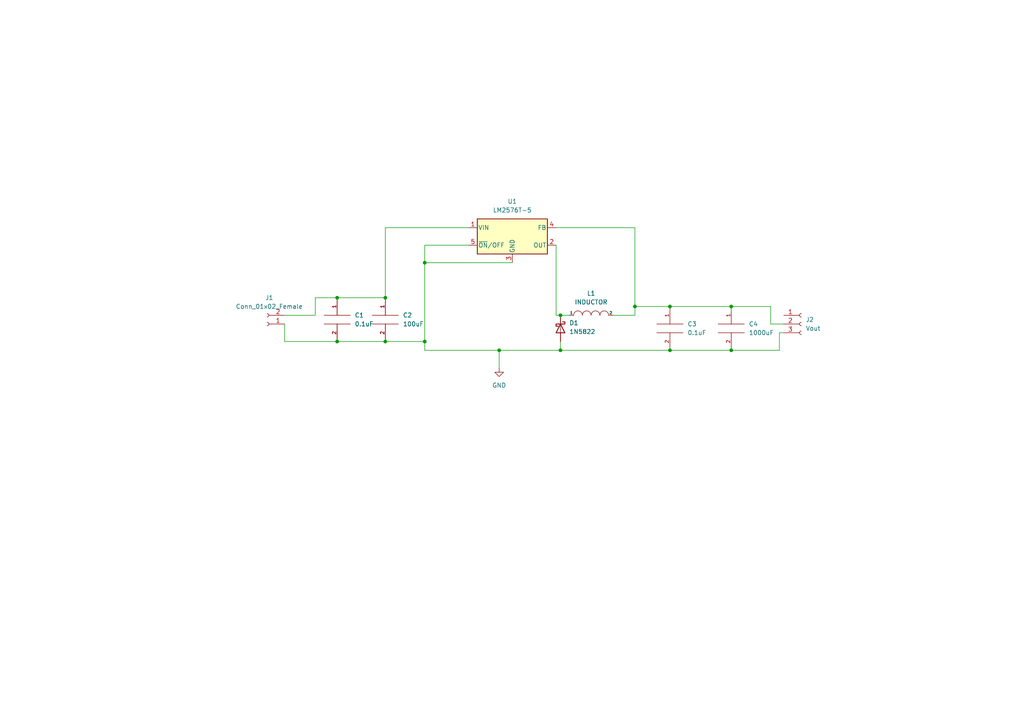
<source format=kicad_sch>
(kicad_sch (version 20211123) (generator eeschema)

  (uuid eadc6fc2-538f-4988-8fe8-7a92580955d9)

  (paper "A4")

  (lib_symbols
    (symbol "Connector:Conn_01x02_Female" (pin_names (offset 1.016) hide) (in_bom yes) (on_board yes)
      (property "Reference" "J" (id 0) (at 0 2.54 0)
        (effects (font (size 1.27 1.27)))
      )
      (property "Value" "Conn_01x02_Female" (id 1) (at 0 -5.08 0)
        (effects (font (size 1.27 1.27)))
      )
      (property "Footprint" "" (id 2) (at 0 0 0)
        (effects (font (size 1.27 1.27)) hide)
      )
      (property "Datasheet" "~" (id 3) (at 0 0 0)
        (effects (font (size 1.27 1.27)) hide)
      )
      (property "ki_keywords" "connector" (id 4) (at 0 0 0)
        (effects (font (size 1.27 1.27)) hide)
      )
      (property "ki_description" "Generic connector, single row, 01x02, script generated (kicad-library-utils/schlib/autogen/connector/)" (id 5) (at 0 0 0)
        (effects (font (size 1.27 1.27)) hide)
      )
      (property "ki_fp_filters" "Connector*:*_1x??_*" (id 6) (at 0 0 0)
        (effects (font (size 1.27 1.27)) hide)
      )
      (symbol "Conn_01x02_Female_1_1"
        (arc (start 0 -2.032) (mid -0.508 -2.54) (end 0 -3.048)
          (stroke (width 0.1524) (type default) (color 0 0 0 0))
          (fill (type none))
        )
        (polyline
          (pts
            (xy -1.27 -2.54)
            (xy -0.508 -2.54)
          )
          (stroke (width 0.1524) (type default) (color 0 0 0 0))
          (fill (type none))
        )
        (polyline
          (pts
            (xy -1.27 0)
            (xy -0.508 0)
          )
          (stroke (width 0.1524) (type default) (color 0 0 0 0))
          (fill (type none))
        )
        (arc (start 0 0.508) (mid -0.508 0) (end 0 -0.508)
          (stroke (width 0.1524) (type default) (color 0 0 0 0))
          (fill (type none))
        )
        (pin passive line (at -5.08 0 0) (length 3.81)
          (name "Pin_1" (effects (font (size 1.27 1.27))))
          (number "1" (effects (font (size 1.27 1.27))))
        )
        (pin passive line (at -5.08 -2.54 0) (length 3.81)
          (name "Pin_2" (effects (font (size 1.27 1.27))))
          (number "2" (effects (font (size 1.27 1.27))))
        )
      )
    )
    (symbol "Connector:Conn_01x03_Female" (pin_names (offset 1.016) hide) (in_bom yes) (on_board yes)
      (property "Reference" "J" (id 0) (at 0 5.08 0)
        (effects (font (size 1.27 1.27)))
      )
      (property "Value" "Conn_01x03_Female" (id 1) (at 0 -5.08 0)
        (effects (font (size 1.27 1.27)))
      )
      (property "Footprint" "" (id 2) (at 0 0 0)
        (effects (font (size 1.27 1.27)) hide)
      )
      (property "Datasheet" "~" (id 3) (at 0 0 0)
        (effects (font (size 1.27 1.27)) hide)
      )
      (property "ki_keywords" "connector" (id 4) (at 0 0 0)
        (effects (font (size 1.27 1.27)) hide)
      )
      (property "ki_description" "Generic connector, single row, 01x03, script generated (kicad-library-utils/schlib/autogen/connector/)" (id 5) (at 0 0 0)
        (effects (font (size 1.27 1.27)) hide)
      )
      (property "ki_fp_filters" "Connector*:*_1x??_*" (id 6) (at 0 0 0)
        (effects (font (size 1.27 1.27)) hide)
      )
      (symbol "Conn_01x03_Female_1_1"
        (arc (start 0 -2.032) (mid -0.508 -2.54) (end 0 -3.048)
          (stroke (width 0.1524) (type default) (color 0 0 0 0))
          (fill (type none))
        )
        (polyline
          (pts
            (xy -1.27 -2.54)
            (xy -0.508 -2.54)
          )
          (stroke (width 0.1524) (type default) (color 0 0 0 0))
          (fill (type none))
        )
        (polyline
          (pts
            (xy -1.27 0)
            (xy -0.508 0)
          )
          (stroke (width 0.1524) (type default) (color 0 0 0 0))
          (fill (type none))
        )
        (polyline
          (pts
            (xy -1.27 2.54)
            (xy -0.508 2.54)
          )
          (stroke (width 0.1524) (type default) (color 0 0 0 0))
          (fill (type none))
        )
        (arc (start 0 0.508) (mid -0.508 0) (end 0 -0.508)
          (stroke (width 0.1524) (type default) (color 0 0 0 0))
          (fill (type none))
        )
        (arc (start 0 3.048) (mid -0.508 2.54) (end 0 2.032)
          (stroke (width 0.1524) (type default) (color 0 0 0 0))
          (fill (type none))
        )
        (pin passive line (at -5.08 2.54 0) (length 3.81)
          (name "Pin_1" (effects (font (size 1.27 1.27))))
          (number "1" (effects (font (size 1.27 1.27))))
        )
        (pin passive line (at -5.08 0 0) (length 3.81)
          (name "Pin_2" (effects (font (size 1.27 1.27))))
          (number "2" (effects (font (size 1.27 1.27))))
        )
        (pin passive line (at -5.08 -2.54 0) (length 3.81)
          (name "Pin_3" (effects (font (size 1.27 1.27))))
          (number "3" (effects (font (size 1.27 1.27))))
        )
      )
    )
    (symbol "Diode:1N5822" (pin_numbers hide) (pin_names (offset 1.016) hide) (in_bom yes) (on_board yes)
      (property "Reference" "D" (id 0) (at 0 2.54 0)
        (effects (font (size 1.27 1.27)))
      )
      (property "Value" "1N5822" (id 1) (at 0 -2.54 0)
        (effects (font (size 1.27 1.27)))
      )
      (property "Footprint" "Diode_THT:D_DO-201AD_P15.24mm_Horizontal" (id 2) (at 0 -4.445 0)
        (effects (font (size 1.27 1.27)) hide)
      )
      (property "Datasheet" "http://www.vishay.com/docs/88526/1n5820.pdf" (id 3) (at 0 0 0)
        (effects (font (size 1.27 1.27)) hide)
      )
      (property "ki_keywords" "diode Schottky" (id 4) (at 0 0 0)
        (effects (font (size 1.27 1.27)) hide)
      )
      (property "ki_description" "40V 3A Schottky Barrier Rectifier Diode, DO-201AD" (id 5) (at 0 0 0)
        (effects (font (size 1.27 1.27)) hide)
      )
      (property "ki_fp_filters" "D*DO?201AD*" (id 6) (at 0 0 0)
        (effects (font (size 1.27 1.27)) hide)
      )
      (symbol "1N5822_0_1"
        (polyline
          (pts
            (xy 1.27 0)
            (xy -1.27 0)
          )
          (stroke (width 0) (type default) (color 0 0 0 0))
          (fill (type none))
        )
        (polyline
          (pts
            (xy 1.27 1.27)
            (xy 1.27 -1.27)
            (xy -1.27 0)
            (xy 1.27 1.27)
          )
          (stroke (width 0.254) (type default) (color 0 0 0 0))
          (fill (type none))
        )
        (polyline
          (pts
            (xy -1.905 0.635)
            (xy -1.905 1.27)
            (xy -1.27 1.27)
            (xy -1.27 -1.27)
            (xy -0.635 -1.27)
            (xy -0.635 -0.635)
          )
          (stroke (width 0.254) (type default) (color 0 0 0 0))
          (fill (type none))
        )
      )
      (symbol "1N5822_1_1"
        (pin passive line (at -3.81 0 0) (length 2.54)
          (name "K" (effects (font (size 1.27 1.27))))
          (number "1" (effects (font (size 1.27 1.27))))
        )
        (pin passive line (at 3.81 0 180) (length 2.54)
          (name "A" (effects (font (size 1.27 1.27))))
          (number "2" (effects (font (size 1.27 1.27))))
        )
      )
    )
    (symbol "Regulator_Switching:LM2576T-5" (pin_names (offset 0.254)) (in_bom yes) (on_board yes)
      (property "Reference" "U" (id 0) (at -10.16 6.35 0)
        (effects (font (size 1.27 1.27)) (justify left))
      )
      (property "Value" "LM2576T-5" (id 1) (at 0 6.35 0)
        (effects (font (size 1.27 1.27)) (justify left))
      )
      (property "Footprint" "Package_TO_SOT_THT:TO-220-5_Vertical" (id 2) (at 0 -6.35 0)
        (effects (font (size 1.27 1.27) italic) (justify left) hide)
      )
      (property "Datasheet" "http://www.ti.com/lit/ds/symlink/lm2576.pdf" (id 3) (at 0 0 0)
        (effects (font (size 1.27 1.27)) hide)
      )
      (property "ki_keywords" "Step-Down Voltage Regulator 5V 3A" (id 4) (at 0 0 0)
        (effects (font (size 1.27 1.27)) hide)
      )
      (property "ki_description" "5V, 3A SIMPLE SWITCHER® Step-Down Voltage Regulator, TO-220-5" (id 5) (at 0 0 0)
        (effects (font (size 1.27 1.27)) hide)
      )
      (property "ki_fp_filters" "TO?220*" (id 6) (at 0 0 0)
        (effects (font (size 1.27 1.27)) hide)
      )
      (symbol "LM2576T-5_0_1"
        (rectangle (start -10.16 5.08) (end 10.16 -5.08)
          (stroke (width 0.254) (type default) (color 0 0 0 0))
          (fill (type background))
        )
      )
      (symbol "LM2576T-5_1_1"
        (pin power_in line (at -12.7 2.54 0) (length 2.54)
          (name "VIN" (effects (font (size 1.27 1.27))))
          (number "1" (effects (font (size 1.27 1.27))))
        )
        (pin output line (at 12.7 -2.54 180) (length 2.54)
          (name "OUT" (effects (font (size 1.27 1.27))))
          (number "2" (effects (font (size 1.27 1.27))))
        )
        (pin power_in line (at 0 -7.62 90) (length 2.54)
          (name "GND" (effects (font (size 1.27 1.27))))
          (number "3" (effects (font (size 1.27 1.27))))
        )
        (pin input line (at 12.7 2.54 180) (length 2.54)
          (name "FB" (effects (font (size 1.27 1.27))))
          (number "4" (effects (font (size 1.27 1.27))))
        )
        (pin input line (at -12.7 -2.54 0) (length 2.54)
          (name "~{ON}/OFF" (effects (font (size 1.27 1.27))))
          (number "5" (effects (font (size 1.27 1.27))))
        )
      )
    )
    (symbol "power:GND" (power) (pin_names (offset 0)) (in_bom yes) (on_board yes)
      (property "Reference" "#PWR" (id 0) (at 0 -6.35 0)
        (effects (font (size 1.27 1.27)) hide)
      )
      (property "Value" "GND" (id 1) (at 0 -3.81 0)
        (effects (font (size 1.27 1.27)))
      )
      (property "Footprint" "" (id 2) (at 0 0 0)
        (effects (font (size 1.27 1.27)) hide)
      )
      (property "Datasheet" "" (id 3) (at 0 0 0)
        (effects (font (size 1.27 1.27)) hide)
      )
      (property "ki_keywords" "power-flag" (id 4) (at 0 0 0)
        (effects (font (size 1.27 1.27)) hide)
      )
      (property "ki_description" "Power symbol creates a global label with name \"GND\" , ground" (id 5) (at 0 0 0)
        (effects (font (size 1.27 1.27)) hide)
      )
      (symbol "GND_0_1"
        (polyline
          (pts
            (xy 0 0)
            (xy 0 -1.27)
            (xy 1.27 -1.27)
            (xy 0 -2.54)
            (xy -1.27 -1.27)
            (xy 0 -1.27)
          )
          (stroke (width 0) (type default) (color 0 0 0 0))
          (fill (type none))
        )
      )
      (symbol "GND_1_1"
        (pin power_in line (at 0 0 270) (length 0) hide
          (name "GND" (effects (font (size 1.27 1.27))))
          (number "1" (effects (font (size 1.27 1.27))))
        )
      )
    )
    (symbol "pspice:CAP" (pin_names (offset 0.254)) (in_bom yes) (on_board yes)
      (property "Reference" "C" (id 0) (at 2.54 3.81 90)
        (effects (font (size 1.27 1.27)))
      )
      (property "Value" "CAP" (id 1) (at 2.54 -3.81 90)
        (effects (font (size 1.27 1.27)))
      )
      (property "Footprint" "" (id 2) (at 0 0 0)
        (effects (font (size 1.27 1.27)) hide)
      )
      (property "Datasheet" "~" (id 3) (at 0 0 0)
        (effects (font (size 1.27 1.27)) hide)
      )
      (property "ki_keywords" "simulation" (id 4) (at 0 0 0)
        (effects (font (size 1.27 1.27)) hide)
      )
      (property "ki_description" "Capacitor symbol for simulation only" (id 5) (at 0 0 0)
        (effects (font (size 1.27 1.27)) hide)
      )
      (symbol "CAP_0_1"
        (polyline
          (pts
            (xy -3.81 -1.27)
            (xy 3.81 -1.27)
          )
          (stroke (width 0) (type default) (color 0 0 0 0))
          (fill (type none))
        )
        (polyline
          (pts
            (xy -3.81 1.27)
            (xy 3.81 1.27)
          )
          (stroke (width 0) (type default) (color 0 0 0 0))
          (fill (type none))
        )
      )
      (symbol "CAP_1_1"
        (pin passive line (at 0 6.35 270) (length 5.08)
          (name "~" (effects (font (size 1.016 1.016))))
          (number "1" (effects (font (size 1.016 1.016))))
        )
        (pin passive line (at 0 -6.35 90) (length 5.08)
          (name "~" (effects (font (size 1.016 1.016))))
          (number "2" (effects (font (size 1.016 1.016))))
        )
      )
    )
    (symbol "pspice:INDUCTOR" (pin_numbers hide) (pin_names (offset 0)) (in_bom yes) (on_board yes)
      (property "Reference" "L" (id 0) (at 0 2.54 0)
        (effects (font (size 1.27 1.27)))
      )
      (property "Value" "INDUCTOR" (id 1) (at 0 -1.27 0)
        (effects (font (size 1.27 1.27)))
      )
      (property "Footprint" "" (id 2) (at 0 0 0)
        (effects (font (size 1.27 1.27)) hide)
      )
      (property "Datasheet" "~" (id 3) (at 0 0 0)
        (effects (font (size 1.27 1.27)) hide)
      )
      (property "ki_keywords" "simulation" (id 4) (at 0 0 0)
        (effects (font (size 1.27 1.27)) hide)
      )
      (property "ki_description" "Inductor symbol for simulation only" (id 5) (at 0 0 0)
        (effects (font (size 1.27 1.27)) hide)
      )
      (symbol "INDUCTOR_0_1"
        (arc (start -2.54 0) (mid -3.81 1.27) (end -5.08 0)
          (stroke (width 0) (type default) (color 0 0 0 0))
          (fill (type none))
        )
        (arc (start 0 0) (mid -1.27 1.27) (end -2.54 0)
          (stroke (width 0) (type default) (color 0 0 0 0))
          (fill (type none))
        )
        (arc (start 2.54 0) (mid 1.27 1.27) (end 0 0)
          (stroke (width 0) (type default) (color 0 0 0 0))
          (fill (type none))
        )
        (arc (start 5.08 0) (mid 3.81 1.27) (end 2.54 0)
          (stroke (width 0) (type default) (color 0 0 0 0))
          (fill (type none))
        )
      )
      (symbol "INDUCTOR_1_1"
        (pin input line (at -6.35 0 0) (length 1.27)
          (name "1" (effects (font (size 0.762 0.762))))
          (number "1" (effects (font (size 0.762 0.762))))
        )
        (pin input line (at 6.35 0 180) (length 1.27)
          (name "2" (effects (font (size 0.762 0.762))))
          (number "2" (effects (font (size 0.762 0.762))))
        )
      )
    )
  )

  (junction (at 123.19 76.2) (diameter 0) (color 0 0 0 0)
    (uuid 2cadcd16-4bbb-42e0-a7d5-002423c6ad4b)
  )
  (junction (at 111.76 99.06) (diameter 0) (color 0 0 0 0)
    (uuid 53c77f14-2edc-43c1-a1a4-994c9c33429c)
  )
  (junction (at 194.31 88.9) (diameter 0) (color 0 0 0 0)
    (uuid 575e5091-12e1-4b26-aa21-e370130ad13b)
  )
  (junction (at 162.56 101.6) (diameter 0) (color 0 0 0 0)
    (uuid 78382a53-dff4-4e26-a090-ada143cc8cbb)
  )
  (junction (at 162.56 91.44) (diameter 0) (color 0 0 0 0)
    (uuid 8e3f1c3b-eca4-4b09-af95-c17f4a2b662b)
  )
  (junction (at 97.79 99.06) (diameter 0) (color 0 0 0 0)
    (uuid 9c8f5f65-cf63-4779-bac4-11fd2d6051ea)
  )
  (junction (at 212.09 88.9) (diameter 0) (color 0 0 0 0)
    (uuid a24367f3-b243-4ce4-96cf-fb45de8fa594)
  )
  (junction (at 97.79 86.36) (diameter 0) (color 0 0 0 0)
    (uuid bd9ef7f3-80dc-4967-ac35-63234c97b048)
  )
  (junction (at 123.19 99.06) (diameter 0) (color 0 0 0 0)
    (uuid e57d23d9-464f-4f40-a264-1d4f6b6f78da)
  )
  (junction (at 212.09 101.6) (diameter 0) (color 0 0 0 0)
    (uuid e6344dc7-8f2a-47fc-9cf3-e71785c0c502)
  )
  (junction (at 194.31 101.6) (diameter 0) (color 0 0 0 0)
    (uuid e72fa7b1-e399-4e63-a64f-4d71a59aa7c2)
  )
  (junction (at 144.78 101.6) (diameter 0) (color 0 0 0 0)
    (uuid f394c947-beab-4156-9245-1587d66a8eea)
  )
  (junction (at 111.76 86.36) (diameter 0) (color 0 0 0 0)
    (uuid fcda41cb-09f2-406c-87ac-070195e34269)
  )
  (junction (at 184.15 88.9) (diameter 0) (color 0 0 0 0)
    (uuid ff1d6257-ba4a-40f4-b4ef-d984375b9ceb)
  )

  (wire (pts (xy 135.89 71.12) (xy 123.19 71.12))
    (stroke (width 0) (type default) (color 0 0 0 0))
    (uuid 04ebf3a8-c485-48c4-9c2e-dbb34c826ae3)
  )
  (wire (pts (xy 111.76 86.36) (xy 111.76 66.04))
    (stroke (width 0) (type default) (color 0 0 0 0))
    (uuid 05699afd-8c52-4860-8390-ef0b47197930)
  )
  (wire (pts (xy 144.78 101.6) (xy 162.56 101.6))
    (stroke (width 0) (type default) (color 0 0 0 0))
    (uuid 0dc185ca-c6ba-4e84-8ed6-3069ea68c627)
  )
  (wire (pts (xy 97.79 86.36) (xy 111.76 86.36))
    (stroke (width 0) (type default) (color 0 0 0 0))
    (uuid 0e653eb1-1433-4a0f-918e-da9e82f0a8b8)
  )
  (wire (pts (xy 223.52 88.9) (xy 223.52 93.98))
    (stroke (width 0) (type default) (color 0 0 0 0))
    (uuid 1011ec16-c8e1-456c-876e-47aa64609039)
  )
  (wire (pts (xy 184.15 88.9) (xy 194.31 88.9))
    (stroke (width 0) (type default) (color 0 0 0 0))
    (uuid 1129457b-48f1-4123-bce1-866f03fd6382)
  )
  (wire (pts (xy 123.19 76.2) (xy 148.59 76.2))
    (stroke (width 0) (type default) (color 0 0 0 0))
    (uuid 266f6e83-e4aa-40ed-afb5-b113b7441515)
  )
  (wire (pts (xy 212.09 88.9) (xy 223.52 88.9))
    (stroke (width 0) (type default) (color 0 0 0 0))
    (uuid 29763ca6-8f95-4b71-8349-933bb4ed642c)
  )
  (wire (pts (xy 223.52 93.98) (xy 227.33 93.98))
    (stroke (width 0) (type default) (color 0 0 0 0))
    (uuid 3a4b6ad6-64ad-4b6e-ab86-55f1b03e6bcd)
  )
  (wire (pts (xy 194.31 88.9) (xy 212.09 88.9))
    (stroke (width 0) (type default) (color 0 0 0 0))
    (uuid 43f29765-2533-4a83-bd0a-6da5ef1807fc)
  )
  (wire (pts (xy 162.56 101.6) (xy 194.31 101.6))
    (stroke (width 0) (type default) (color 0 0 0 0))
    (uuid 45a8debb-ca90-476a-bb76-ecfb1e88f4f7)
  )
  (wire (pts (xy 212.09 90.17) (xy 212.09 88.9))
    (stroke (width 0) (type default) (color 0 0 0 0))
    (uuid 4cce86c6-a1b6-43e1-8b45-3a6c32b9ffef)
  )
  (wire (pts (xy 123.19 99.06) (xy 111.76 99.06))
    (stroke (width 0) (type default) (color 0 0 0 0))
    (uuid 4f01b1a2-adc7-4e2f-9536-97bf1114b264)
  )
  (wire (pts (xy 111.76 66.04) (xy 135.89 66.04))
    (stroke (width 0) (type default) (color 0 0 0 0))
    (uuid 5879ee8d-4d02-4376-ac9a-f659a0bb4a66)
  )
  (wire (pts (xy 82.55 99.06) (xy 82.55 93.98))
    (stroke (width 0) (type default) (color 0 0 0 0))
    (uuid 6047ad36-4351-4bc7-89f2-71dd99c71d71)
  )
  (wire (pts (xy 123.19 76.2) (xy 123.19 99.06))
    (stroke (width 0) (type default) (color 0 0 0 0))
    (uuid 63fbe531-4324-454c-b6d1-4abf51133c60)
  )
  (wire (pts (xy 177.8 91.44) (xy 184.15 91.44))
    (stroke (width 0) (type default) (color 0 0 0 0))
    (uuid 6dc50977-b44b-45af-914d-ff9f9a5acf2f)
  )
  (wire (pts (xy 227.33 96.52) (xy 226.06 96.52))
    (stroke (width 0) (type default) (color 0 0 0 0))
    (uuid 72dad6c7-5686-4b3f-bffe-2d310bd6dd6a)
  )
  (wire (pts (xy 184.15 66.04) (xy 184.15 88.9))
    (stroke (width 0) (type default) (color 0 0 0 0))
    (uuid 78b1459a-da74-4a72-981a-5da976822d2f)
  )
  (wire (pts (xy 91.44 86.36) (xy 97.79 86.36))
    (stroke (width 0) (type default) (color 0 0 0 0))
    (uuid 8345b574-8bcc-4bee-beb0-eccbd736cf39)
  )
  (wire (pts (xy 194.31 101.6) (xy 212.09 101.6))
    (stroke (width 0) (type default) (color 0 0 0 0))
    (uuid 84e27356-f1b5-4934-b06a-6d089db075b3)
  )
  (wire (pts (xy 123.19 101.6) (xy 123.19 99.06))
    (stroke (width 0) (type default) (color 0 0 0 0))
    (uuid 87ebd93b-9715-41f4-95fa-56a0af4ca7ba)
  )
  (wire (pts (xy 91.44 91.44) (xy 91.44 86.36))
    (stroke (width 0) (type default) (color 0 0 0 0))
    (uuid 8bb8cad6-37dc-4916-b569-a20168310e31)
  )
  (wire (pts (xy 97.79 99.06) (xy 82.55 99.06))
    (stroke (width 0) (type default) (color 0 0 0 0))
    (uuid a5d7287c-a0e2-4cb0-9c04-c764cc7cbb36)
  )
  (wire (pts (xy 162.56 99.06) (xy 162.56 101.6))
    (stroke (width 0) (type default) (color 0 0 0 0))
    (uuid b3bbb015-d264-4422-97a6-4161c1897fac)
  )
  (wire (pts (xy 226.06 101.6) (xy 212.09 101.6))
    (stroke (width 0) (type default) (color 0 0 0 0))
    (uuid b4a49649-360b-41c7-b9a1-91305335ef5c)
  )
  (wire (pts (xy 82.55 91.44) (xy 91.44 91.44))
    (stroke (width 0) (type default) (color 0 0 0 0))
    (uuid c0ebbe41-6275-4c29-891d-79857d53657f)
  )
  (wire (pts (xy 161.29 66.04) (xy 184.15 66.04))
    (stroke (width 0) (type default) (color 0 0 0 0))
    (uuid c2f70873-996c-4fed-b1d9-e4b311143f72)
  )
  (wire (pts (xy 144.78 101.6) (xy 123.19 101.6))
    (stroke (width 0) (type default) (color 0 0 0 0))
    (uuid c437a4ee-0be1-4747-8f91-7607ba76b6e6)
  )
  (wire (pts (xy 97.79 99.06) (xy 111.76 99.06))
    (stroke (width 0) (type default) (color 0 0 0 0))
    (uuid cac4fa62-b42e-46c4-ba50-20a407bb5dc5)
  )
  (wire (pts (xy 184.15 88.9) (xy 184.15 91.44))
    (stroke (width 0) (type default) (color 0 0 0 0))
    (uuid d31b92a4-eded-4279-97e6-8e7cc4af5fdd)
  )
  (wire (pts (xy 226.06 96.52) (xy 226.06 101.6))
    (stroke (width 0) (type default) (color 0 0 0 0))
    (uuid d70d7c00-7e2e-49f7-bb1a-f2e549774a6f)
  )
  (wire (pts (xy 123.19 71.12) (xy 123.19 76.2))
    (stroke (width 0) (type default) (color 0 0 0 0))
    (uuid e2b249da-f80f-4b20-8450-7ef0dc4a2aac)
  )
  (wire (pts (xy 162.56 91.44) (xy 165.1 91.44))
    (stroke (width 0) (type default) (color 0 0 0 0))
    (uuid e7691daa-e25c-40c6-bb11-86e395803b41)
  )
  (wire (pts (xy 161.29 71.12) (xy 161.29 91.44))
    (stroke (width 0) (type default) (color 0 0 0 0))
    (uuid eac96297-84bd-4a80-9594-356b1f727829)
  )
  (wire (pts (xy 161.29 91.44) (xy 162.56 91.44))
    (stroke (width 0) (type default) (color 0 0 0 0))
    (uuid fc8a7a55-74d9-49f0-b9d3-0d91c752ec22)
  )
  (wire (pts (xy 144.78 101.6) (xy 144.78 106.68))
    (stroke (width 0) (type default) (color 0 0 0 0))
    (uuid fe57567d-7b1e-4e3f-ab68-f2a446cb3e45)
  )

  (symbol (lib_id "pspice:INDUCTOR") (at 171.45 91.44 0) (unit 1)
    (in_bom yes) (on_board yes) (fields_autoplaced)
    (uuid 1b3367d3-da9a-4962-adfe-5a18a9c35e6c)
    (property "Reference" "L1" (id 0) (at 171.45 85.09 0))
    (property "Value" "INDUCTOR" (id 1) (at 171.45 87.63 0))
    (property "Footprint" "Inductor_SMD:L_12x12mm_H6mm" (id 2) (at 171.45 91.44 0)
      (effects (font (size 1.27 1.27)) hide)
    )
    (property "Datasheet" "~" (id 3) (at 171.45 91.44 0)
      (effects (font (size 1.27 1.27)) hide)
    )
    (pin "1" (uuid 81055ca6-ac2b-45a5-89f7-3c9e5ddf5fbe))
    (pin "2" (uuid 884e3ab1-22c8-43f2-ad36-0602ee25de99))
  )

  (symbol (lib_id "Diode:1N5822") (at 162.56 95.25 270) (unit 1)
    (in_bom yes) (on_board yes) (fields_autoplaced)
    (uuid 1f064cf5-d04e-41ad-b98b-dc8012b6c070)
    (property "Reference" "D1" (id 0) (at 165.1 93.6624 90)
      (effects (font (size 1.27 1.27)) (justify left))
    )
    (property "Value" "1N5822" (id 1) (at 165.1 96.2024 90)
      (effects (font (size 1.27 1.27)) (justify left))
    )
    (property "Footprint" "Diode_THT:D_DO-201AD_P5.08mm_Vertical_KathodeUp" (id 2) (at 158.115 95.25 0)
      (effects (font (size 1.27 1.27)) hide)
    )
    (property "Datasheet" "http://www.vishay.com/docs/88526/1n5820.pdf" (id 3) (at 162.56 95.25 0)
      (effects (font (size 1.27 1.27)) hide)
    )
    (pin "1" (uuid 7b268e77-0cc4-4074-8179-34103951e103))
    (pin "2" (uuid 5f4fe7c6-70a5-46d3-aeb6-1de33c8eb5d9))
  )

  (symbol (lib_id "Regulator_Switching:LM2576T-5") (at 148.59 68.58 0) (unit 1)
    (in_bom yes) (on_board yes) (fields_autoplaced)
    (uuid 1fc3b835-30cf-4fbf-959e-59b5cde70e6b)
    (property "Reference" "U1" (id 0) (at 148.59 58.42 0))
    (property "Value" "LM2576T-5" (id 1) (at 148.59 60.96 0))
    (property "Footprint" "Package_TO_SOT_THT:TO-220-5_P3.4x3.7mm_StaggerOdd_Lead3.8mm_Vertical" (id 2) (at 148.59 74.93 0)
      (effects (font (size 1.27 1.27) italic) (justify left) hide)
    )
    (property "Datasheet" "http://www.ti.com/lit/ds/symlink/lm2576.pdf" (id 3) (at 148.59 68.58 0)
      (effects (font (size 1.27 1.27)) hide)
    )
    (pin "1" (uuid de874cb9-3565-49e4-8cfc-7f798fb461da))
    (pin "2" (uuid 1b342950-36bb-490a-a02a-f4c7e3ee98f8))
    (pin "3" (uuid be520228-469a-40aa-95b6-b7a32bb5e485))
    (pin "4" (uuid acf8e6f7-36cb-4f63-8675-260fdce4a966))
    (pin "5" (uuid d30feaae-4c2a-4ee1-b235-60850204aa2f))
  )

  (symbol (lib_id "pspice:CAP") (at 97.79 92.71 0) (unit 1)
    (in_bom yes) (on_board yes) (fields_autoplaced)
    (uuid 245b76dc-0cee-4c34-b427-abda931f504b)
    (property "Reference" "C1" (id 0) (at 102.87 91.4399 0)
      (effects (font (size 1.27 1.27)) (justify left))
    )
    (property "Value" "0.1uF" (id 1) (at 102.87 93.9799 0)
      (effects (font (size 1.27 1.27)) (justify left))
    )
    (property "Footprint" "Capacitor_SMD:C_0805_2012Metric" (id 2) (at 97.79 92.71 0)
      (effects (font (size 1.27 1.27)) hide)
    )
    (property "Datasheet" "~" (id 3) (at 97.79 92.71 0)
      (effects (font (size 1.27 1.27)) hide)
    )
    (pin "1" (uuid 0bc94f57-50fa-4f98-a1c2-ea37787b45b6))
    (pin "2" (uuid e9b0e729-d5e2-4c5e-9e7d-e2ff3485348c))
  )

  (symbol (lib_id "pspice:CAP") (at 111.76 92.71 0) (unit 1)
    (in_bom yes) (on_board yes) (fields_autoplaced)
    (uuid 6a6ec527-0f20-48cf-afec-54c555359f27)
    (property "Reference" "C2" (id 0) (at 116.84 91.4399 0)
      (effects (font (size 1.27 1.27)) (justify left))
    )
    (property "Value" "100uF" (id 1) (at 116.84 93.9799 0)
      (effects (font (size 1.27 1.27)) (justify left))
    )
    (property "Footprint" "Capacitor_THT:CP_Radial_D8.0mm_P2.50mm" (id 2) (at 111.76 92.71 0)
      (effects (font (size 1.27 1.27)) hide)
    )
    (property "Datasheet" "~" (id 3) (at 111.76 92.71 0)
      (effects (font (size 1.27 1.27)) hide)
    )
    (pin "1" (uuid a609aff2-04dd-4a39-bcc8-8c1c671728c8))
    (pin "2" (uuid 9c3224cb-60b5-45e0-b3bf-864bb03928a8))
  )

  (symbol (lib_id "pspice:CAP") (at 212.09 95.25 0) (unit 1)
    (in_bom yes) (on_board yes) (fields_autoplaced)
    (uuid 818fa1d5-61cf-4f83-8d54-8ebfe6152d72)
    (property "Reference" "C4" (id 0) (at 217.17 93.9799 0)
      (effects (font (size 1.27 1.27)) (justify left))
    )
    (property "Value" "1000uF" (id 1) (at 217.17 96.5199 0)
      (effects (font (size 1.27 1.27)) (justify left))
    )
    (property "Footprint" "Capacitor_THT:CP_Radial_D10.0mm_P5.00mm" (id 2) (at 212.09 95.25 0)
      (effects (font (size 1.27 1.27)) hide)
    )
    (property "Datasheet" "~" (id 3) (at 212.09 95.25 0)
      (effects (font (size 1.27 1.27)) hide)
    )
    (pin "1" (uuid caad3f3c-675f-48ef-8975-f809ffe4b56a))
    (pin "2" (uuid 9c1e6ecd-04ce-45da-9aac-65f591530191))
  )

  (symbol (lib_id "Connector:Conn_01x03_Female") (at 232.41 93.98 0) (unit 1)
    (in_bom yes) (on_board yes) (fields_autoplaced)
    (uuid aaa7fce6-a587-413b-935a-dea9360bd76b)
    (property "Reference" "J2" (id 0) (at 233.68 92.7099 0)
      (effects (font (size 1.27 1.27)) (justify left))
    )
    (property "Value" "Vout" (id 1) (at 233.68 95.2499 0)
      (effects (font (size 1.27 1.27)) (justify left))
    )
    (property "Footprint" "Connector_Molex:Molex_KK-254_AE-6410-03A_1x03_P2.54mm_Vertical" (id 2) (at 232.41 93.98 0)
      (effects (font (size 1.27 1.27)) hide)
    )
    (property "Datasheet" "~" (id 3) (at 232.41 93.98 0)
      (effects (font (size 1.27 1.27)) hide)
    )
    (pin "1" (uuid e4a1db59-2a90-418f-a80b-584fa870712d))
    (pin "2" (uuid c5c780d1-7e86-4b43-a6a0-d0bd9d63892f))
    (pin "3" (uuid 1321c370-7dfc-4281-aa07-98134bcd9424))
  )

  (symbol (lib_id "pspice:CAP") (at 194.31 95.25 0) (unit 1)
    (in_bom yes) (on_board yes) (fields_autoplaced)
    (uuid bd1da28f-32b6-4582-88c8-803c99a891ae)
    (property "Reference" "C3" (id 0) (at 199.39 93.9799 0)
      (effects (font (size 1.27 1.27)) (justify left))
    )
    (property "Value" "0.1uF" (id 1) (at 199.39 96.5199 0)
      (effects (font (size 1.27 1.27)) (justify left))
    )
    (property "Footprint" "Capacitor_SMD:C_0805_2012Metric" (id 2) (at 194.31 95.25 0)
      (effects (font (size 1.27 1.27)) hide)
    )
    (property "Datasheet" "~" (id 3) (at 194.31 95.25 0)
      (effects (font (size 1.27 1.27)) hide)
    )
    (pin "1" (uuid ca019451-8d8d-4c36-849c-1046a25de26c))
    (pin "2" (uuid 973dda3e-9663-42e0-95de-a50ba1b4dc76))
  )

  (symbol (lib_id "power:GND") (at 144.78 106.68 0) (unit 1)
    (in_bom yes) (on_board yes) (fields_autoplaced)
    (uuid c8e5a920-88b2-40cb-b47e-ef816442e0ae)
    (property "Reference" "#PWR0101" (id 0) (at 144.78 113.03 0)
      (effects (font (size 1.27 1.27)) hide)
    )
    (property "Value" "GND" (id 1) (at 144.78 111.76 0))
    (property "Footprint" "" (id 2) (at 144.78 106.68 0)
      (effects (font (size 1.27 1.27)) hide)
    )
    (property "Datasheet" "" (id 3) (at 144.78 106.68 0)
      (effects (font (size 1.27 1.27)) hide)
    )
    (pin "1" (uuid c347d15b-9594-40e0-b835-40844655c068))
  )

  (symbol (lib_id "Connector:Conn_01x02_Female") (at 77.47 93.98 180) (unit 1)
    (in_bom yes) (on_board yes) (fields_autoplaced)
    (uuid ce50d1d7-7172-4e4e-bae1-644f5105f904)
    (property "Reference" "J1" (id 0) (at 78.105 86.36 0))
    (property "Value" "Conn_01x02_Female" (id 1) (at 78.105 88.9 0))
    (property "Footprint" "Connector_Molex:Molex_KK-254_AE-6410-02A_1x02_P2.54mm_Vertical" (id 2) (at 77.47 93.98 0)
      (effects (font (size 1.27 1.27)) hide)
    )
    (property "Datasheet" "~" (id 3) (at 77.47 93.98 0)
      (effects (font (size 1.27 1.27)) hide)
    )
    (pin "1" (uuid e914e788-c524-46a7-80eb-b7bc2a7c8546))
    (pin "2" (uuid ecdc0900-915a-47ea-83db-c5335337acbd))
  )

  (sheet_instances
    (path "/" (page "1"))
  )

  (symbol_instances
    (path "/c8e5a920-88b2-40cb-b47e-ef816442e0ae"
      (reference "#PWR0101") (unit 1) (value "GND") (footprint "")
    )
    (path "/245b76dc-0cee-4c34-b427-abda931f504b"
      (reference "C1") (unit 1) (value "0.1uF") (footprint "Capacitor_SMD:C_0805_2012Metric")
    )
    (path "/6a6ec527-0f20-48cf-afec-54c555359f27"
      (reference "C2") (unit 1) (value "100uF") (footprint "Capacitor_THT:CP_Radial_D8.0mm_P2.50mm")
    )
    (path "/bd1da28f-32b6-4582-88c8-803c99a891ae"
      (reference "C3") (unit 1) (value "0.1uF") (footprint "Capacitor_SMD:C_0805_2012Metric")
    )
    (path "/818fa1d5-61cf-4f83-8d54-8ebfe6152d72"
      (reference "C4") (unit 1) (value "1000uF") (footprint "Capacitor_THT:CP_Radial_D10.0mm_P5.00mm")
    )
    (path "/1f064cf5-d04e-41ad-b98b-dc8012b6c070"
      (reference "D1") (unit 1) (value "1N5822") (footprint "Diode_THT:D_DO-201AD_P5.08mm_Vertical_KathodeUp")
    )
    (path "/ce50d1d7-7172-4e4e-bae1-644f5105f904"
      (reference "J1") (unit 1) (value "Conn_01x02_Female") (footprint "Connector_Molex:Molex_KK-254_AE-6410-02A_1x02_P2.54mm_Vertical")
    )
    (path "/aaa7fce6-a587-413b-935a-dea9360bd76b"
      (reference "J2") (unit 1) (value "Vout") (footprint "Connector_Molex:Molex_KK-254_AE-6410-03A_1x03_P2.54mm_Vertical")
    )
    (path "/1b3367d3-da9a-4962-adfe-5a18a9c35e6c"
      (reference "L1") (unit 1) (value "INDUCTOR") (footprint "Inductor_SMD:L_12x12mm_H6mm")
    )
    (path "/1fc3b835-30cf-4fbf-959e-59b5cde70e6b"
      (reference "U1") (unit 1) (value "LM2576T-5") (footprint "Package_TO_SOT_THT:TO-220-5_P3.4x3.7mm_StaggerOdd_Lead3.8mm_Vertical")
    )
  )
)

</source>
